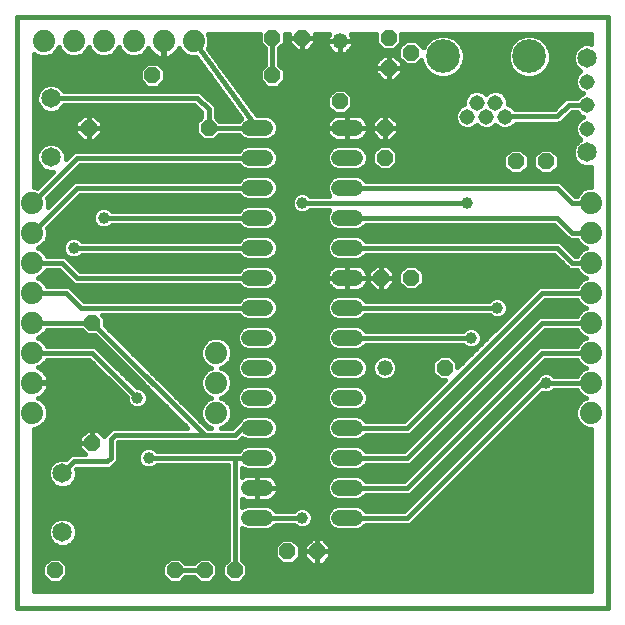
<source format=gtl>
G75*
%MOIN*%
%OFA0B0*%
%FSLAX25Y25*%
%IPPOS*%
%LPD*%
%AMOC8*
5,1,8,0,0,1.08239X$1,22.5*
%
%ADD10C,0.01600*%
%ADD11C,0.05200*%
%ADD12OC8,0.05200*%
%ADD13C,0.07400*%
%ADD14C,0.05200*%
%ADD15C,0.05150*%
%ADD16C,0.11220*%
%ADD17C,0.06496*%
%ADD18C,0.03962*%
D10*
X0021800Y0021800D02*
X0218650Y0021800D01*
X0218650Y0218650D01*
X0021800Y0218650D01*
X0021800Y0021800D01*
X0027400Y0027400D02*
X0027400Y0081500D01*
X0027854Y0081500D01*
X0029802Y0082307D01*
X0031293Y0083798D01*
X0032100Y0085746D01*
X0032100Y0087854D01*
X0031293Y0089802D01*
X0029802Y0091293D01*
X0028856Y0091685D01*
X0028911Y0091703D01*
X0029683Y0092096D01*
X0030383Y0092605D01*
X0030995Y0093217D01*
X0031504Y0093917D01*
X0031897Y0094689D01*
X0032165Y0095512D01*
X0032300Y0096367D01*
X0032300Y0096600D01*
X0027400Y0096600D01*
X0027400Y0097000D01*
X0032300Y0097000D01*
X0032300Y0097233D01*
X0032165Y0098088D01*
X0031897Y0098911D01*
X0031504Y0099683D01*
X0030995Y0100383D01*
X0030383Y0100995D01*
X0029683Y0101504D01*
X0028911Y0101897D01*
X0028856Y0101915D01*
X0029802Y0102307D01*
X0031293Y0103798D01*
X0031543Y0104400D01*
X0045806Y0104400D01*
X0058219Y0091987D01*
X0058219Y0091088D01*
X0058764Y0089771D01*
X0059771Y0088764D01*
X0061088Y0088219D01*
X0062512Y0088219D01*
X0063829Y0088764D01*
X0064836Y0089771D01*
X0065381Y0091088D01*
X0065381Y0092512D01*
X0064836Y0093829D01*
X0063829Y0094836D01*
X0062512Y0095381D01*
X0061613Y0095381D01*
X0048159Y0108835D01*
X0047277Y0109200D01*
X0031543Y0109200D01*
X0031293Y0109802D01*
X0029802Y0111293D01*
X0028578Y0111800D01*
X0029802Y0112307D01*
X0031293Y0113798D01*
X0031543Y0114400D01*
X0043260Y0114400D01*
X0045060Y0112600D01*
X0047606Y0112600D01*
X0078506Y0081700D01*
X0053823Y0081700D01*
X0052941Y0081335D01*
X0052265Y0080659D01*
X0051015Y0079409D01*
X0050839Y0078984D01*
X0048623Y0081200D01*
X0046800Y0081200D01*
X0046800Y0076800D01*
X0046800Y0076800D01*
X0046800Y0076800D01*
X0042400Y0076800D01*
X0042400Y0078623D01*
X0044977Y0081200D01*
X0046800Y0081200D01*
X0046800Y0076800D01*
X0042400Y0076800D01*
X0042400Y0074977D01*
X0044427Y0072950D01*
X0040230Y0072950D01*
X0039348Y0072585D01*
X0038673Y0071909D01*
X0038111Y0071347D01*
X0037764Y0071491D01*
X0035836Y0071491D01*
X0034054Y0070752D01*
X0032690Y0069389D01*
X0031952Y0067607D01*
X0031952Y0065678D01*
X0032690Y0063896D01*
X0034054Y0062533D01*
X0035836Y0061794D01*
X0037764Y0061794D01*
X0039546Y0062533D01*
X0040910Y0063896D01*
X0041648Y0065678D01*
X0041648Y0067607D01*
X0041505Y0067953D01*
X0041702Y0068150D01*
X0052277Y0068150D01*
X0053159Y0068515D01*
X0054409Y0069765D01*
X0055085Y0070441D01*
X0055450Y0071323D01*
X0055450Y0076900D01*
X0094777Y0076900D01*
X0095659Y0077265D01*
X0096727Y0078333D01*
X0096821Y0078239D01*
X0098365Y0077600D01*
X0105235Y0077600D01*
X0106779Y0078239D01*
X0107961Y0079421D01*
X0108600Y0080965D01*
X0108600Y0082635D01*
X0107961Y0084179D01*
X0106779Y0085361D01*
X0105235Y0086000D01*
X0098365Y0086000D01*
X0096821Y0085361D01*
X0095639Y0084179D01*
X0095508Y0083863D01*
X0095441Y0083835D01*
X0094765Y0083159D01*
X0093306Y0081700D01*
X0089587Y0081700D01*
X0091052Y0082307D01*
X0092543Y0083798D01*
X0093350Y0085746D01*
X0093350Y0087854D01*
X0092543Y0089802D01*
X0091052Y0091293D01*
X0089828Y0091800D01*
X0091052Y0092307D01*
X0092543Y0093798D01*
X0093350Y0095746D01*
X0093350Y0097854D01*
X0092543Y0099802D01*
X0091052Y0101293D01*
X0089828Y0101800D01*
X0091052Y0102307D01*
X0092543Y0103798D01*
X0093350Y0105746D01*
X0093350Y0107854D01*
X0092543Y0109802D01*
X0091052Y0111293D01*
X0089104Y0112100D01*
X0086996Y0112100D01*
X0085048Y0111293D01*
X0083557Y0109802D01*
X0082750Y0107854D01*
X0082750Y0105746D01*
X0083557Y0103798D01*
X0085048Y0102307D01*
X0086272Y0101800D01*
X0085048Y0101293D01*
X0083557Y0099802D01*
X0082750Y0097854D01*
X0082750Y0095746D01*
X0083557Y0093798D01*
X0085048Y0092307D01*
X0086272Y0091800D01*
X0085048Y0091293D01*
X0083557Y0089802D01*
X0082750Y0087854D01*
X0082750Y0085746D01*
X0083557Y0083798D01*
X0085048Y0082307D01*
X0086513Y0081700D01*
X0085294Y0081700D01*
X0051000Y0115994D01*
X0051000Y0118540D01*
X0050140Y0119400D01*
X0095660Y0119400D01*
X0096821Y0118239D01*
X0098365Y0117600D01*
X0105235Y0117600D01*
X0106779Y0118239D01*
X0107961Y0119421D01*
X0108600Y0120965D01*
X0108600Y0122635D01*
X0107961Y0124179D01*
X0106779Y0125361D01*
X0105235Y0126000D01*
X0098365Y0126000D01*
X0096821Y0125361D01*
X0095660Y0124200D01*
X0044044Y0124200D01*
X0040085Y0128159D01*
X0039409Y0128835D01*
X0038527Y0129200D01*
X0031543Y0129200D01*
X0031293Y0129802D01*
X0029802Y0131293D01*
X0028578Y0131800D01*
X0029802Y0132307D01*
X0031293Y0133798D01*
X0031543Y0134400D01*
X0035806Y0134400D01*
X0040441Y0129765D01*
X0041323Y0129400D01*
X0095660Y0129400D01*
X0096821Y0128239D01*
X0098365Y0127600D01*
X0105235Y0127600D01*
X0106779Y0128239D01*
X0107961Y0129421D01*
X0108600Y0130965D01*
X0108600Y0132635D01*
X0107961Y0134179D01*
X0106779Y0135361D01*
X0105235Y0136000D01*
X0098365Y0136000D01*
X0096821Y0135361D01*
X0095660Y0134200D01*
X0042794Y0134200D01*
X0038835Y0138159D01*
X0038159Y0138835D01*
X0037277Y0139200D01*
X0031543Y0139200D01*
X0031293Y0139802D01*
X0029802Y0141293D01*
X0028578Y0141800D01*
X0029802Y0142307D01*
X0031293Y0143798D01*
X0032100Y0145746D01*
X0032100Y0147854D01*
X0031851Y0148456D01*
X0042794Y0159400D01*
X0095660Y0159400D01*
X0096821Y0158239D01*
X0098365Y0157600D01*
X0105235Y0157600D01*
X0106779Y0158239D01*
X0107961Y0159421D01*
X0108600Y0160965D01*
X0108600Y0162635D01*
X0107961Y0164179D01*
X0106779Y0165361D01*
X0105235Y0166000D01*
X0098365Y0166000D01*
X0096821Y0165361D01*
X0095660Y0164200D01*
X0041323Y0164200D01*
X0040441Y0163835D01*
X0031922Y0155316D01*
X0032100Y0155746D01*
X0032100Y0157854D01*
X0031851Y0158456D01*
X0042794Y0169400D01*
X0095660Y0169400D01*
X0096821Y0168239D01*
X0098365Y0167600D01*
X0105235Y0167600D01*
X0106779Y0168239D01*
X0107961Y0169421D01*
X0108600Y0170965D01*
X0108600Y0172635D01*
X0107961Y0174179D01*
X0106779Y0175361D01*
X0105235Y0176000D01*
X0098365Y0176000D01*
X0096821Y0175361D01*
X0095660Y0174200D01*
X0041323Y0174200D01*
X0040441Y0173835D01*
X0037898Y0171292D01*
X0037898Y0172922D01*
X0037160Y0174704D01*
X0035796Y0176067D01*
X0034014Y0176805D01*
X0032086Y0176805D01*
X0030304Y0176067D01*
X0028940Y0174704D01*
X0028202Y0172922D01*
X0028202Y0170993D01*
X0028940Y0169211D01*
X0030304Y0167848D01*
X0032086Y0167109D01*
X0033715Y0167109D01*
X0028456Y0161851D01*
X0027854Y0162100D01*
X0027400Y0162100D01*
X0027400Y0206205D01*
X0027548Y0206057D01*
X0029496Y0205250D01*
X0031604Y0205250D01*
X0033552Y0206057D01*
X0035043Y0207548D01*
X0035550Y0208772D01*
X0036057Y0207548D01*
X0037548Y0206057D01*
X0039496Y0205250D01*
X0041604Y0205250D01*
X0043552Y0206057D01*
X0045043Y0207548D01*
X0045550Y0208772D01*
X0046057Y0207548D01*
X0047548Y0206057D01*
X0049496Y0205250D01*
X0051604Y0205250D01*
X0053552Y0206057D01*
X0055043Y0207548D01*
X0055550Y0208772D01*
X0056057Y0207548D01*
X0057548Y0206057D01*
X0059496Y0205250D01*
X0061604Y0205250D01*
X0063552Y0206057D01*
X0065043Y0207548D01*
X0065435Y0208494D01*
X0065453Y0208439D01*
X0065846Y0207667D01*
X0066355Y0206967D01*
X0066967Y0206355D01*
X0067667Y0205846D01*
X0068439Y0205453D01*
X0069262Y0205185D01*
X0070117Y0205050D01*
X0070350Y0205050D01*
X0070350Y0210350D01*
X0070750Y0210350D01*
X0070750Y0205050D01*
X0070983Y0205050D01*
X0071838Y0205185D01*
X0072661Y0205453D01*
X0073433Y0205846D01*
X0074133Y0206355D01*
X0074745Y0206967D01*
X0075254Y0207667D01*
X0075647Y0208439D01*
X0075665Y0208494D01*
X0076057Y0207548D01*
X0077548Y0206057D01*
X0079496Y0205250D01*
X0081483Y0205250D01*
X0096455Y0184994D01*
X0095660Y0184200D01*
X0089090Y0184200D01*
X0087950Y0185340D01*
X0087950Y0188527D01*
X0087585Y0189409D01*
X0083835Y0193159D01*
X0083159Y0193835D01*
X0082277Y0194200D01*
X0042097Y0194200D01*
X0042076Y0194208D01*
X0041621Y0194200D01*
X0041165Y0194200D01*
X0041144Y0194191D01*
X0037271Y0194120D01*
X0037160Y0194389D01*
X0035796Y0195752D01*
X0034014Y0196491D01*
X0032086Y0196491D01*
X0030304Y0195752D01*
X0028940Y0194389D01*
X0028202Y0192607D01*
X0028202Y0190678D01*
X0028940Y0188896D01*
X0030304Y0187533D01*
X0032086Y0186794D01*
X0034014Y0186794D01*
X0035796Y0187533D01*
X0037160Y0188896D01*
X0037336Y0189321D01*
X0041664Y0189400D01*
X0080806Y0189400D01*
X0083150Y0187056D01*
X0083150Y0185340D01*
X0081350Y0183540D01*
X0081350Y0180060D01*
X0083810Y0177600D01*
X0087290Y0177600D01*
X0089090Y0179400D01*
X0095660Y0179400D01*
X0096821Y0178239D01*
X0098365Y0177600D01*
X0105235Y0177600D01*
X0106779Y0178239D01*
X0107961Y0179421D01*
X0108600Y0180965D01*
X0108600Y0182635D01*
X0107961Y0184179D01*
X0106779Y0185361D01*
X0105235Y0186000D01*
X0101680Y0186000D01*
X0085298Y0208164D01*
X0085850Y0209496D01*
X0085850Y0211604D01*
X0085251Y0213050D01*
X0102600Y0213050D01*
X0102600Y0210060D01*
X0104400Y0208260D01*
X0104400Y0202840D01*
X0102600Y0201040D01*
X0102600Y0197560D01*
X0105060Y0195100D01*
X0108540Y0195100D01*
X0111000Y0197560D01*
X0111000Y0201040D01*
X0109200Y0202840D01*
X0109200Y0208260D01*
X0111000Y0210060D01*
X0111000Y0213050D01*
X0112400Y0213050D01*
X0112400Y0211800D01*
X0116800Y0211800D01*
X0121200Y0211800D01*
X0121200Y0213050D01*
X0125678Y0213050D01*
X0125537Y0212856D01*
X0125222Y0212239D01*
X0125008Y0211580D01*
X0124900Y0210896D01*
X0124900Y0210550D01*
X0129300Y0210550D01*
X0133700Y0210550D01*
X0133700Y0210896D01*
X0133592Y0211580D01*
X0133378Y0212239D01*
X0133063Y0212856D01*
X0132922Y0213050D01*
X0141350Y0213050D01*
X0141350Y0210060D01*
X0143810Y0207600D01*
X0147290Y0207600D01*
X0149750Y0210060D01*
X0149750Y0213050D01*
X0213050Y0213050D01*
X0213050Y0209778D01*
X0212764Y0209896D01*
X0210836Y0209896D01*
X0209054Y0209158D01*
X0207690Y0207794D01*
X0206952Y0206012D01*
X0206952Y0204084D01*
X0207690Y0202302D01*
X0209054Y0200938D01*
X0209516Y0200747D01*
X0209435Y0200713D01*
X0208261Y0199539D01*
X0207625Y0198004D01*
X0207625Y0196344D01*
X0208261Y0194809D01*
X0209435Y0193635D01*
X0210396Y0193237D01*
X0209435Y0192839D01*
X0208296Y0191700D01*
X0205073Y0191700D01*
X0204191Y0191335D01*
X0200806Y0187950D01*
X0187775Y0187950D01*
X0186714Y0189010D01*
X0185374Y0189565D01*
X0185374Y0191026D01*
X0184739Y0192560D01*
X0183564Y0193735D01*
X0182030Y0194370D01*
X0180369Y0194370D01*
X0178835Y0193735D01*
X0178050Y0192950D01*
X0177265Y0193735D01*
X0175731Y0194370D01*
X0174070Y0194370D01*
X0172536Y0193735D01*
X0171361Y0192560D01*
X0170726Y0191026D01*
X0170726Y0189565D01*
X0169386Y0189010D01*
X0168212Y0187836D01*
X0167576Y0186302D01*
X0167576Y0184641D01*
X0168212Y0183106D01*
X0169386Y0181932D01*
X0170920Y0181296D01*
X0172581Y0181296D01*
X0174116Y0181932D01*
X0174900Y0182717D01*
X0175685Y0181932D01*
X0177220Y0181296D01*
X0178880Y0181296D01*
X0180415Y0181932D01*
X0181200Y0182717D01*
X0181984Y0181932D01*
X0183519Y0181296D01*
X0185180Y0181296D01*
X0186714Y0181932D01*
X0187888Y0183106D01*
X0187906Y0183150D01*
X0202277Y0183150D01*
X0203159Y0183515D01*
X0203835Y0184191D01*
X0206544Y0186900D01*
X0208296Y0186900D01*
X0209435Y0185761D01*
X0210396Y0185363D01*
X0209435Y0184965D01*
X0208261Y0183791D01*
X0207625Y0182256D01*
X0207625Y0180596D01*
X0208261Y0179061D01*
X0209435Y0177887D01*
X0209516Y0177853D01*
X0209054Y0177662D01*
X0207690Y0176298D01*
X0206952Y0174516D01*
X0206952Y0172588D01*
X0207690Y0170806D01*
X0209054Y0169442D01*
X0210836Y0168704D01*
X0212764Y0168704D01*
X0213050Y0168822D01*
X0213050Y0162100D01*
X0211996Y0162100D01*
X0210048Y0161293D01*
X0208557Y0159802D01*
X0208307Y0159200D01*
X0207794Y0159200D01*
X0203835Y0163159D01*
X0203159Y0163835D01*
X0202277Y0164200D01*
X0137940Y0164200D01*
X0136779Y0165361D01*
X0135235Y0166000D01*
X0128365Y0166000D01*
X0126821Y0165361D01*
X0125639Y0164179D01*
X0125000Y0162635D01*
X0125000Y0160965D01*
X0125639Y0159421D01*
X0125860Y0159200D01*
X0119464Y0159200D01*
X0118829Y0159836D01*
X0117512Y0160381D01*
X0116088Y0160381D01*
X0114771Y0159836D01*
X0113764Y0158829D01*
X0113219Y0157512D01*
X0113219Y0156088D01*
X0113764Y0154771D01*
X0114771Y0153764D01*
X0116088Y0153219D01*
X0117512Y0153219D01*
X0118829Y0153764D01*
X0119464Y0154400D01*
X0125860Y0154400D01*
X0125639Y0154179D01*
X0125000Y0152635D01*
X0125000Y0150965D01*
X0125639Y0149421D01*
X0126821Y0148239D01*
X0128365Y0147600D01*
X0135235Y0147600D01*
X0136779Y0148239D01*
X0137940Y0149400D01*
X0200806Y0149400D01*
X0205441Y0144765D01*
X0206323Y0144400D01*
X0208307Y0144400D01*
X0208557Y0143798D01*
X0210048Y0142307D01*
X0211272Y0141800D01*
X0210048Y0141293D01*
X0208557Y0139802D01*
X0208307Y0139200D01*
X0207794Y0139200D01*
X0203835Y0143159D01*
X0203835Y0143159D01*
X0203159Y0143835D01*
X0202277Y0144200D01*
X0137940Y0144200D01*
X0136779Y0145361D01*
X0135235Y0146000D01*
X0128365Y0146000D01*
X0126821Y0145361D01*
X0125639Y0144179D01*
X0125000Y0142635D01*
X0125000Y0140965D01*
X0125639Y0139421D01*
X0126821Y0138239D01*
X0128365Y0137600D01*
X0135235Y0137600D01*
X0136779Y0138239D01*
X0137940Y0139400D01*
X0200806Y0139400D01*
X0204765Y0135441D01*
X0204765Y0135441D01*
X0205441Y0134765D01*
X0206323Y0134400D01*
X0208307Y0134400D01*
X0208557Y0133798D01*
X0210048Y0132307D01*
X0211272Y0131800D01*
X0210048Y0131293D01*
X0208557Y0129802D01*
X0208307Y0129200D01*
X0196323Y0129200D01*
X0195441Y0128835D01*
X0168500Y0101894D01*
X0168500Y0103540D01*
X0166040Y0106000D01*
X0162560Y0106000D01*
X0160100Y0103540D01*
X0160100Y0100060D01*
X0162560Y0097600D01*
X0164206Y0097600D01*
X0150806Y0084200D01*
X0137940Y0084200D01*
X0136779Y0085361D01*
X0135235Y0086000D01*
X0128365Y0086000D01*
X0126821Y0085361D01*
X0125639Y0084179D01*
X0125000Y0082635D01*
X0125000Y0080965D01*
X0125639Y0079421D01*
X0126821Y0078239D01*
X0128365Y0077600D01*
X0135235Y0077600D01*
X0136779Y0078239D01*
X0137940Y0079400D01*
X0152277Y0079400D01*
X0153159Y0079765D01*
X0153835Y0080441D01*
X0197794Y0124400D01*
X0208307Y0124400D01*
X0208557Y0123798D01*
X0210048Y0122307D01*
X0211272Y0121800D01*
X0210048Y0121293D01*
X0208557Y0119802D01*
X0208307Y0119200D01*
X0196323Y0119200D01*
X0195441Y0118835D01*
X0150806Y0074200D01*
X0137940Y0074200D01*
X0136779Y0075361D01*
X0135235Y0076000D01*
X0128365Y0076000D01*
X0126821Y0075361D01*
X0125639Y0074179D01*
X0125000Y0072635D01*
X0125000Y0070965D01*
X0125639Y0069421D01*
X0126821Y0068239D01*
X0128365Y0067600D01*
X0135235Y0067600D01*
X0136779Y0068239D01*
X0137940Y0069400D01*
X0152277Y0069400D01*
X0153159Y0069765D01*
X0153835Y0070441D01*
X0197794Y0114400D01*
X0208307Y0114400D01*
X0208557Y0113798D01*
X0210048Y0112307D01*
X0211272Y0111800D01*
X0210048Y0111293D01*
X0208557Y0109802D01*
X0208307Y0109200D01*
X0196323Y0109200D01*
X0195441Y0108835D01*
X0150806Y0064200D01*
X0137940Y0064200D01*
X0136779Y0065361D01*
X0135235Y0066000D01*
X0128365Y0066000D01*
X0126821Y0065361D01*
X0125639Y0064179D01*
X0125000Y0062635D01*
X0125000Y0060965D01*
X0125639Y0059421D01*
X0126821Y0058239D01*
X0128365Y0057600D01*
X0135235Y0057600D01*
X0136779Y0058239D01*
X0137940Y0059400D01*
X0152277Y0059400D01*
X0153159Y0059765D01*
X0153835Y0060441D01*
X0197794Y0104400D01*
X0208307Y0104400D01*
X0208557Y0103798D01*
X0210048Y0102307D01*
X0211272Y0101800D01*
X0210048Y0101293D01*
X0208557Y0099802D01*
X0208307Y0099200D01*
X0200714Y0099200D01*
X0200079Y0099836D01*
X0198762Y0100381D01*
X0197338Y0100381D01*
X0196021Y0099836D01*
X0195014Y0098829D01*
X0194717Y0098111D01*
X0150806Y0054200D01*
X0137940Y0054200D01*
X0136779Y0055361D01*
X0135235Y0056000D01*
X0128365Y0056000D01*
X0126821Y0055361D01*
X0125639Y0054179D01*
X0125000Y0052635D01*
X0125000Y0050965D01*
X0125639Y0049421D01*
X0126821Y0048239D01*
X0128365Y0047600D01*
X0135235Y0047600D01*
X0136779Y0048239D01*
X0137940Y0049400D01*
X0152277Y0049400D01*
X0153159Y0049765D01*
X0153835Y0050441D01*
X0196825Y0093431D01*
X0197338Y0093219D01*
X0198762Y0093219D01*
X0200079Y0093764D01*
X0200714Y0094400D01*
X0208307Y0094400D01*
X0208557Y0093798D01*
X0210048Y0092307D01*
X0211272Y0091800D01*
X0210048Y0091293D01*
X0208557Y0089802D01*
X0207750Y0087854D01*
X0207750Y0085746D01*
X0208557Y0083798D01*
X0210048Y0082307D01*
X0211996Y0081500D01*
X0213050Y0081500D01*
X0213050Y0027400D01*
X0027400Y0027400D01*
X0027400Y0028194D02*
X0213050Y0028194D01*
X0213050Y0029793D02*
X0027400Y0029793D01*
X0027400Y0031391D02*
X0031269Y0031391D01*
X0030100Y0032560D02*
X0032560Y0030100D01*
X0036040Y0030100D01*
X0038500Y0032560D01*
X0038500Y0036040D01*
X0036040Y0038500D01*
X0032560Y0038500D01*
X0030100Y0036040D01*
X0030100Y0032560D01*
X0030100Y0032990D02*
X0027400Y0032990D01*
X0027400Y0034588D02*
X0030100Y0034588D01*
X0030247Y0036187D02*
X0027400Y0036187D01*
X0027400Y0037785D02*
X0031845Y0037785D01*
X0027400Y0039384D02*
X0091900Y0039384D01*
X0091900Y0037840D02*
X0090100Y0036040D01*
X0090100Y0032560D01*
X0092560Y0030100D01*
X0096040Y0030100D01*
X0098500Y0032560D01*
X0098500Y0036040D01*
X0096700Y0037840D01*
X0096700Y0048360D01*
X0096821Y0048239D01*
X0098365Y0047600D01*
X0105235Y0047600D01*
X0106779Y0048239D01*
X0107940Y0049400D01*
X0114136Y0049400D01*
X0114771Y0048764D01*
X0116088Y0048219D01*
X0117512Y0048219D01*
X0118829Y0048764D01*
X0119836Y0049771D01*
X0120381Y0051088D01*
X0120381Y0052512D01*
X0119836Y0053829D01*
X0118829Y0054836D01*
X0117512Y0055381D01*
X0116088Y0055381D01*
X0114771Y0054836D01*
X0114136Y0054200D01*
X0107940Y0054200D01*
X0106779Y0055361D01*
X0105235Y0056000D01*
X0098365Y0056000D01*
X0096821Y0055361D01*
X0096700Y0055240D01*
X0096700Y0058178D01*
X0096894Y0058037D01*
X0097511Y0057722D01*
X0098170Y0057508D01*
X0098854Y0057400D01*
X0101800Y0057400D01*
X0104746Y0057400D01*
X0105430Y0057508D01*
X0106089Y0057722D01*
X0106706Y0058037D01*
X0107266Y0058444D01*
X0107756Y0058934D01*
X0108163Y0059494D01*
X0108478Y0060111D01*
X0108692Y0060770D01*
X0108800Y0061454D01*
X0108800Y0061800D01*
X0108800Y0062146D01*
X0108692Y0062830D01*
X0108478Y0063489D01*
X0108163Y0064106D01*
X0107756Y0064666D01*
X0107266Y0065156D01*
X0106706Y0065563D01*
X0106089Y0065878D01*
X0105430Y0066092D01*
X0104746Y0066200D01*
X0101800Y0066200D01*
X0101800Y0061800D01*
X0101800Y0061800D01*
X0108800Y0061800D01*
X0101800Y0061800D01*
X0101800Y0061800D01*
X0101800Y0066200D01*
X0098854Y0066200D01*
X0098170Y0066092D01*
X0097511Y0065878D01*
X0096894Y0065563D01*
X0096700Y0065422D01*
X0096700Y0068360D01*
X0096821Y0068239D01*
X0098365Y0067600D01*
X0105235Y0067600D01*
X0106779Y0068239D01*
X0107961Y0069421D01*
X0108600Y0070965D01*
X0108600Y0072635D01*
X0107961Y0074179D01*
X0106779Y0075361D01*
X0105235Y0076000D01*
X0098365Y0076000D01*
X0096821Y0075361D01*
X0095660Y0074200D01*
X0068214Y0074200D01*
X0067579Y0074836D01*
X0066262Y0075381D01*
X0064838Y0075381D01*
X0063521Y0074836D01*
X0062514Y0073829D01*
X0061969Y0072512D01*
X0061969Y0071088D01*
X0062514Y0069771D01*
X0063521Y0068764D01*
X0064838Y0068219D01*
X0066262Y0068219D01*
X0067579Y0068764D01*
X0068214Y0069400D01*
X0091900Y0069400D01*
X0091900Y0037840D01*
X0091845Y0037785D02*
X0086755Y0037785D01*
X0086040Y0038500D02*
X0088500Y0036040D01*
X0088500Y0032560D01*
X0086040Y0030100D01*
X0082560Y0030100D01*
X0080760Y0031900D01*
X0077840Y0031900D01*
X0076040Y0030100D01*
X0072560Y0030100D01*
X0070100Y0032560D01*
X0070100Y0036040D01*
X0072560Y0038500D01*
X0076040Y0038500D01*
X0077840Y0036700D01*
X0080760Y0036700D01*
X0082560Y0038500D01*
X0086040Y0038500D01*
X0088353Y0036187D02*
X0090247Y0036187D01*
X0090100Y0034588D02*
X0088500Y0034588D01*
X0088500Y0032990D02*
X0090100Y0032990D01*
X0091269Y0031391D02*
X0087331Y0031391D01*
X0084300Y0034300D02*
X0074300Y0034300D01*
X0077331Y0031391D02*
X0081269Y0031391D01*
X0081845Y0037785D02*
X0076755Y0037785D01*
X0071845Y0037785D02*
X0036755Y0037785D01*
X0038353Y0036187D02*
X0070247Y0036187D01*
X0070100Y0034588D02*
X0038500Y0034588D01*
X0038500Y0032990D02*
X0070100Y0032990D01*
X0071269Y0031391D02*
X0037331Y0031391D01*
X0037764Y0042109D02*
X0039546Y0042848D01*
X0040910Y0044211D01*
X0041648Y0045993D01*
X0041648Y0047922D01*
X0040910Y0049704D01*
X0039546Y0051067D01*
X0037764Y0051805D01*
X0035836Y0051805D01*
X0034054Y0051067D01*
X0032690Y0049704D01*
X0031952Y0047922D01*
X0031952Y0045993D01*
X0032690Y0044211D01*
X0034054Y0042848D01*
X0035836Y0042109D01*
X0037764Y0042109D01*
X0038902Y0042581D02*
X0091900Y0042581D01*
X0091900Y0044179D02*
X0040878Y0044179D01*
X0041559Y0045778D02*
X0091900Y0045778D01*
X0091900Y0047376D02*
X0041648Y0047376D01*
X0041212Y0048975D02*
X0091900Y0048975D01*
X0091900Y0050573D02*
X0040040Y0050573D01*
X0033560Y0050573D02*
X0027400Y0050573D01*
X0027400Y0048975D02*
X0032388Y0048975D01*
X0031952Y0047376D02*
X0027400Y0047376D01*
X0027400Y0045778D02*
X0032041Y0045778D01*
X0032722Y0044179D02*
X0027400Y0044179D01*
X0027400Y0042581D02*
X0034698Y0042581D01*
X0027400Y0040982D02*
X0091900Y0040982D01*
X0096700Y0040982D02*
X0107600Y0040982D01*
X0107600Y0042290D02*
X0107600Y0038810D01*
X0110060Y0036350D01*
X0113540Y0036350D01*
X0116000Y0038810D01*
X0116000Y0042290D01*
X0113540Y0044750D01*
X0110060Y0044750D01*
X0107600Y0042290D01*
X0107891Y0042581D02*
X0096700Y0042581D01*
X0096700Y0044179D02*
X0109489Y0044179D01*
X0114111Y0044179D02*
X0119207Y0044179D01*
X0119977Y0044950D02*
X0117400Y0042373D01*
X0117400Y0040550D01*
X0121800Y0040550D01*
X0126200Y0040550D01*
X0126200Y0042373D01*
X0123623Y0044950D01*
X0121800Y0044950D01*
X0121800Y0040550D01*
X0121800Y0040550D01*
X0121800Y0040550D01*
X0126200Y0040550D01*
X0126200Y0038727D01*
X0123623Y0036150D01*
X0121800Y0036150D01*
X0121800Y0040550D01*
X0121800Y0040550D01*
X0121800Y0040550D01*
X0121800Y0044950D01*
X0119977Y0044950D01*
X0121800Y0044179D02*
X0121800Y0044179D01*
X0121800Y0042581D02*
X0121800Y0042581D01*
X0121800Y0040982D02*
X0121800Y0040982D01*
X0121800Y0040550D02*
X0117400Y0040550D01*
X0117400Y0038727D01*
X0119977Y0036150D01*
X0121800Y0036150D01*
X0121800Y0040550D01*
X0121800Y0039384D02*
X0121800Y0039384D01*
X0121800Y0037785D02*
X0121800Y0037785D01*
X0121800Y0036187D02*
X0121800Y0036187D01*
X0123659Y0036187D02*
X0213050Y0036187D01*
X0213050Y0037785D02*
X0125258Y0037785D01*
X0126200Y0039384D02*
X0213050Y0039384D01*
X0213050Y0040982D02*
X0126200Y0040982D01*
X0125992Y0042581D02*
X0213050Y0042581D01*
X0213050Y0044179D02*
X0124393Y0044179D01*
X0126086Y0048975D02*
X0119039Y0048975D01*
X0120168Y0050573D02*
X0125162Y0050573D01*
X0125000Y0052172D02*
X0120381Y0052172D01*
X0119860Y0053770D02*
X0125470Y0053770D01*
X0126841Y0055369D02*
X0117542Y0055369D01*
X0116058Y0055369D02*
X0106759Y0055369D01*
X0107388Y0058566D02*
X0126495Y0058566D01*
X0125331Y0060164D02*
X0108495Y0060164D01*
X0108800Y0061763D02*
X0125000Y0061763D01*
X0125301Y0063361D02*
X0108519Y0063361D01*
X0107463Y0064960D02*
X0126420Y0064960D01*
X0127020Y0068157D02*
X0106580Y0068157D01*
X0108099Y0069755D02*
X0125501Y0069755D01*
X0125000Y0071354D02*
X0108600Y0071354D01*
X0108469Y0072952D02*
X0125131Y0072952D01*
X0126011Y0074551D02*
X0107589Y0074551D01*
X0105592Y0077748D02*
X0128007Y0077748D01*
X0125714Y0079346D02*
X0107886Y0079346D01*
X0108592Y0080945D02*
X0125008Y0080945D01*
X0125000Y0082543D02*
X0108600Y0082543D01*
X0107976Y0084142D02*
X0125624Y0084142D01*
X0127738Y0085740D02*
X0105862Y0085740D01*
X0105235Y0087600D02*
X0106779Y0088239D01*
X0107961Y0089421D01*
X0108600Y0090965D01*
X0108600Y0092635D01*
X0107961Y0094179D01*
X0106779Y0095361D01*
X0105235Y0096000D01*
X0098365Y0096000D01*
X0096821Y0095361D01*
X0095639Y0094179D01*
X0095000Y0092635D01*
X0095000Y0090965D01*
X0095639Y0089421D01*
X0096821Y0088239D01*
X0098365Y0087600D01*
X0105235Y0087600D01*
X0107477Y0088937D02*
X0126123Y0088937D01*
X0125639Y0089421D02*
X0126821Y0088239D01*
X0128365Y0087600D01*
X0135235Y0087600D01*
X0136779Y0088239D01*
X0137961Y0089421D01*
X0138600Y0090965D01*
X0138600Y0092635D01*
X0137961Y0094179D01*
X0136779Y0095361D01*
X0135235Y0096000D01*
X0128365Y0096000D01*
X0126821Y0095361D01*
X0125639Y0094179D01*
X0125000Y0092635D01*
X0125000Y0090965D01*
X0125639Y0089421D01*
X0125178Y0090536D02*
X0108422Y0090536D01*
X0108600Y0092134D02*
X0125000Y0092134D01*
X0125455Y0093733D02*
X0108145Y0093733D01*
X0106808Y0095332D02*
X0126792Y0095332D01*
X0128365Y0097600D02*
X0135235Y0097600D01*
X0136779Y0098239D01*
X0137961Y0099421D01*
X0138600Y0100965D01*
X0138600Y0102635D01*
X0137961Y0104179D01*
X0136779Y0105361D01*
X0135235Y0106000D01*
X0128365Y0106000D01*
X0126821Y0105361D01*
X0125639Y0104179D01*
X0125000Y0102635D01*
X0125000Y0100965D01*
X0125639Y0099421D01*
X0126821Y0098239D01*
X0128365Y0097600D01*
X0126532Y0098529D02*
X0107068Y0098529D01*
X0106779Y0098239D02*
X0107961Y0099421D01*
X0108600Y0100965D01*
X0108600Y0102635D01*
X0107961Y0104179D01*
X0106779Y0105361D01*
X0105235Y0106000D01*
X0098365Y0106000D01*
X0096821Y0105361D01*
X0095639Y0104179D01*
X0095000Y0102635D01*
X0095000Y0100965D01*
X0095639Y0099421D01*
X0096821Y0098239D01*
X0098365Y0097600D01*
X0105235Y0097600D01*
X0106779Y0098239D01*
X0108253Y0100127D02*
X0125347Y0100127D01*
X0125000Y0101726D02*
X0108600Y0101726D01*
X0108315Y0103324D02*
X0125285Y0103324D01*
X0126383Y0104923D02*
X0107217Y0104923D01*
X0106490Y0108120D02*
X0127110Y0108120D01*
X0126821Y0108239D02*
X0128365Y0107600D01*
X0135235Y0107600D01*
X0136779Y0108239D01*
X0137940Y0109400D01*
X0170386Y0109400D01*
X0171021Y0108764D01*
X0172338Y0108219D01*
X0173762Y0108219D01*
X0175079Y0108764D01*
X0176086Y0109771D01*
X0176631Y0111088D01*
X0176631Y0112512D01*
X0176086Y0113829D01*
X0175079Y0114836D01*
X0173762Y0115381D01*
X0172338Y0115381D01*
X0171021Y0114836D01*
X0170386Y0114200D01*
X0137940Y0114200D01*
X0136779Y0115361D01*
X0135235Y0116000D01*
X0128365Y0116000D01*
X0126821Y0115361D01*
X0125639Y0114179D01*
X0125000Y0112635D01*
X0125000Y0110965D01*
X0125639Y0109421D01*
X0126821Y0108239D01*
X0125516Y0109718D02*
X0108084Y0109718D01*
X0107961Y0109421D02*
X0108600Y0110965D01*
X0108600Y0112635D01*
X0107961Y0114179D01*
X0106779Y0115361D01*
X0105235Y0116000D01*
X0098365Y0116000D01*
X0096821Y0115361D01*
X0095639Y0114179D01*
X0095000Y0112635D01*
X0095000Y0110965D01*
X0095639Y0109421D01*
X0096821Y0108239D01*
X0098365Y0107600D01*
X0105235Y0107600D01*
X0106779Y0108239D01*
X0107961Y0109421D01*
X0108600Y0111317D02*
X0125000Y0111317D01*
X0125116Y0112915D02*
X0108484Y0112915D01*
X0107626Y0114514D02*
X0125974Y0114514D01*
X0126821Y0118239D02*
X0128365Y0117600D01*
X0135235Y0117600D01*
X0136779Y0118239D01*
X0137940Y0119400D01*
X0179136Y0119400D01*
X0179771Y0118764D01*
X0181088Y0118219D01*
X0182512Y0118219D01*
X0183829Y0118764D01*
X0184836Y0119771D01*
X0185381Y0121088D01*
X0185381Y0122512D01*
X0184836Y0123829D01*
X0183829Y0124836D01*
X0182512Y0125381D01*
X0181088Y0125381D01*
X0179771Y0124836D01*
X0179136Y0124200D01*
X0137940Y0124200D01*
X0136779Y0125361D01*
X0135235Y0126000D01*
X0128365Y0126000D01*
X0126821Y0125361D01*
X0125639Y0124179D01*
X0125000Y0122635D01*
X0125000Y0120965D01*
X0125639Y0119421D01*
X0126821Y0118239D01*
X0128097Y0117711D02*
X0105503Y0117711D01*
X0107849Y0119309D02*
X0125751Y0119309D01*
X0125024Y0120908D02*
X0108576Y0120908D01*
X0108600Y0122506D02*
X0125000Y0122506D01*
X0125609Y0124105D02*
X0107991Y0124105D01*
X0105952Y0125703D02*
X0127648Y0125703D01*
X0128170Y0127508D02*
X0128854Y0127400D01*
X0131800Y0127400D01*
X0134746Y0127400D01*
X0135430Y0127508D01*
X0136089Y0127722D01*
X0136706Y0128037D01*
X0137266Y0128444D01*
X0137756Y0128934D01*
X0138163Y0129494D01*
X0138478Y0130111D01*
X0138650Y0130642D01*
X0138650Y0129977D01*
X0141227Y0127400D01*
X0143050Y0127400D01*
X0144873Y0127400D01*
X0147450Y0129977D01*
X0147450Y0131800D01*
X0147450Y0133623D01*
X0144873Y0136200D01*
X0143050Y0136200D01*
X0143050Y0131800D01*
X0143050Y0131800D01*
X0147450Y0131800D01*
X0143050Y0131800D01*
X0143050Y0131800D01*
X0143050Y0136200D01*
X0141227Y0136200D01*
X0138650Y0133623D01*
X0138650Y0132958D01*
X0138478Y0133489D01*
X0138163Y0134106D01*
X0137756Y0134666D01*
X0137266Y0135156D01*
X0136706Y0135563D01*
X0136089Y0135878D01*
X0135430Y0136092D01*
X0134746Y0136200D01*
X0131800Y0136200D01*
X0131800Y0131800D01*
X0131800Y0131800D01*
X0138650Y0131800D01*
X0143050Y0131800D01*
X0143050Y0127400D01*
X0143050Y0131800D01*
X0143050Y0131800D01*
X0143050Y0131800D01*
X0131800Y0131800D01*
X0131800Y0131800D01*
X0131800Y0136200D01*
X0128854Y0136200D01*
X0128170Y0136092D01*
X0127511Y0135878D01*
X0126894Y0135563D01*
X0126334Y0135156D01*
X0125844Y0134666D01*
X0125437Y0134106D01*
X0125122Y0133489D01*
X0124908Y0132830D01*
X0124800Y0132146D01*
X0124800Y0131800D01*
X0131800Y0131800D01*
X0131800Y0127400D01*
X0131800Y0131800D01*
X0131800Y0131800D01*
X0131800Y0131800D01*
X0124800Y0131800D01*
X0124800Y0131454D01*
X0124908Y0130770D01*
X0125122Y0130111D01*
X0125437Y0129494D01*
X0125844Y0128934D01*
X0126334Y0128444D01*
X0126894Y0128037D01*
X0127511Y0127722D01*
X0128170Y0127508D01*
X0125877Y0128900D02*
X0107440Y0128900D01*
X0108407Y0130499D02*
X0124996Y0130499D01*
X0124800Y0132097D02*
X0108600Y0132097D01*
X0108161Y0133696D02*
X0125228Y0133696D01*
X0126524Y0135294D02*
X0106845Y0135294D01*
X0105235Y0137600D02*
X0106779Y0138239D01*
X0107961Y0139421D01*
X0108600Y0140965D01*
X0108600Y0142635D01*
X0107961Y0144179D01*
X0106779Y0145361D01*
X0105235Y0146000D01*
X0098365Y0146000D01*
X0096821Y0145361D01*
X0095660Y0144200D01*
X0043214Y0144200D01*
X0042579Y0144836D01*
X0041262Y0145381D01*
X0039838Y0145381D01*
X0038521Y0144836D01*
X0037514Y0143829D01*
X0036969Y0142512D01*
X0036969Y0141088D01*
X0037514Y0139771D01*
X0038521Y0138764D01*
X0039838Y0138219D01*
X0041262Y0138219D01*
X0042579Y0138764D01*
X0043214Y0139400D01*
X0095660Y0139400D01*
X0096821Y0138239D01*
X0098365Y0137600D01*
X0105235Y0137600D01*
X0107031Y0138491D02*
X0126569Y0138491D01*
X0125362Y0140090D02*
X0108238Y0140090D01*
X0108600Y0141688D02*
X0125000Y0141688D01*
X0125270Y0143287D02*
X0108330Y0143287D01*
X0107254Y0144885D02*
X0126346Y0144885D01*
X0127200Y0148082D02*
X0106400Y0148082D01*
X0106779Y0148239D02*
X0105235Y0147600D01*
X0098365Y0147600D01*
X0096821Y0148239D01*
X0095660Y0149400D01*
X0053214Y0149400D01*
X0052579Y0148764D01*
X0051262Y0148219D01*
X0049838Y0148219D01*
X0048521Y0148764D01*
X0047514Y0149771D01*
X0046969Y0151088D01*
X0046969Y0152512D01*
X0047514Y0153829D01*
X0048521Y0154836D01*
X0049838Y0155381D01*
X0051262Y0155381D01*
X0052579Y0154836D01*
X0053214Y0154200D01*
X0095660Y0154200D01*
X0096821Y0155361D01*
X0098365Y0156000D01*
X0105235Y0156000D01*
X0106779Y0155361D01*
X0107961Y0154179D01*
X0108600Y0152635D01*
X0108600Y0150965D01*
X0107961Y0149421D01*
X0106779Y0148239D01*
X0108068Y0149681D02*
X0125532Y0149681D01*
X0125000Y0151279D02*
X0108600Y0151279D01*
X0108500Y0152878D02*
X0125100Y0152878D01*
X0125788Y0159272D02*
X0119392Y0159272D01*
X0116800Y0156800D02*
X0171800Y0156800D01*
X0183850Y0168810D02*
X0186310Y0166350D01*
X0189790Y0166350D01*
X0192250Y0168810D01*
X0192250Y0172290D01*
X0189790Y0174750D01*
X0186310Y0174750D01*
X0183850Y0172290D01*
X0183850Y0168810D01*
X0183850Y0168863D02*
X0147303Y0168863D01*
X0148500Y0170060D02*
X0146040Y0167600D01*
X0142560Y0167600D01*
X0140100Y0170060D01*
X0140100Y0173540D01*
X0142560Y0176000D01*
X0146040Y0176000D01*
X0148500Y0173540D01*
X0148500Y0170060D01*
X0148500Y0170462D02*
X0183850Y0170462D01*
X0183850Y0172060D02*
X0148500Y0172060D01*
X0148381Y0173659D02*
X0185219Y0173659D01*
X0190881Y0173659D02*
X0195219Y0173659D01*
X0196310Y0174750D02*
X0193850Y0172290D01*
X0193850Y0168810D01*
X0196310Y0166350D01*
X0199790Y0166350D01*
X0202250Y0168810D01*
X0202250Y0172290D01*
X0199790Y0174750D01*
X0196310Y0174750D01*
X0193850Y0172060D02*
X0192250Y0172060D01*
X0192250Y0170462D02*
X0193850Y0170462D01*
X0193850Y0168863D02*
X0192250Y0168863D01*
X0190704Y0167265D02*
X0195396Y0167265D01*
X0200704Y0167265D02*
X0213050Y0167265D01*
X0213050Y0165666D02*
X0136042Y0165666D01*
X0135235Y0167600D02*
X0136779Y0168239D01*
X0137961Y0169421D01*
X0138600Y0170965D01*
X0138600Y0172635D01*
X0137961Y0174179D01*
X0136779Y0175361D01*
X0135235Y0176000D01*
X0128365Y0176000D01*
X0126821Y0175361D01*
X0125639Y0174179D01*
X0125000Y0172635D01*
X0125000Y0170965D01*
X0125639Y0169421D01*
X0126821Y0168239D01*
X0128365Y0167600D01*
X0135235Y0167600D01*
X0137403Y0168863D02*
X0141297Y0168863D01*
X0140100Y0170462D02*
X0138392Y0170462D01*
X0138600Y0172060D02*
X0140100Y0172060D01*
X0140219Y0173659D02*
X0138176Y0173659D01*
X0136883Y0175257D02*
X0141817Y0175257D01*
X0142477Y0177400D02*
X0139900Y0179977D01*
X0139900Y0181800D01*
X0144300Y0181800D01*
X0144300Y0181800D01*
X0144300Y0186200D01*
X0146123Y0186200D01*
X0148700Y0183623D01*
X0148700Y0181800D01*
X0144300Y0181800D01*
X0144300Y0181800D01*
X0144300Y0181800D01*
X0144300Y0186200D01*
X0142477Y0186200D01*
X0139900Y0183623D01*
X0139900Y0181800D01*
X0144300Y0181800D01*
X0148700Y0181800D01*
X0148700Y0179977D01*
X0146123Y0177400D01*
X0144300Y0177400D01*
X0144300Y0181800D01*
X0144300Y0181800D01*
X0144300Y0177400D01*
X0142477Y0177400D01*
X0141423Y0178454D02*
X0137277Y0178454D01*
X0137266Y0178444D02*
X0137756Y0178934D01*
X0138163Y0179494D01*
X0138478Y0180111D01*
X0138692Y0180770D01*
X0138800Y0181454D01*
X0138800Y0181800D01*
X0138800Y0182146D01*
X0138692Y0182830D01*
X0138478Y0183489D01*
X0138163Y0184106D01*
X0137756Y0184666D01*
X0137266Y0185156D01*
X0136706Y0185563D01*
X0136089Y0185878D01*
X0135430Y0186092D01*
X0134746Y0186200D01*
X0131800Y0186200D01*
X0131800Y0181800D01*
X0131800Y0181800D01*
X0138800Y0181800D01*
X0131800Y0181800D01*
X0131800Y0181800D01*
X0131800Y0177400D01*
X0134746Y0177400D01*
X0135430Y0177508D01*
X0136089Y0177722D01*
X0136706Y0178037D01*
X0137266Y0178444D01*
X0138448Y0180053D02*
X0139900Y0180053D01*
X0139900Y0181651D02*
X0138800Y0181651D01*
X0138555Y0183250D02*
X0139900Y0183250D01*
X0141126Y0184848D02*
X0137574Y0184848D01*
X0133500Y0188810D02*
X0131040Y0186350D01*
X0127560Y0186350D01*
X0125100Y0188810D01*
X0125100Y0192290D01*
X0127560Y0194750D01*
X0131040Y0194750D01*
X0133500Y0192290D01*
X0133500Y0188810D01*
X0133500Y0189644D02*
X0170726Y0189644D01*
X0170815Y0191242D02*
X0133500Y0191242D01*
X0132949Y0192841D02*
X0171641Y0192841D01*
X0168421Y0188045D02*
X0132735Y0188045D01*
X0131800Y0186200D02*
X0128854Y0186200D01*
X0128170Y0186092D01*
X0127511Y0185878D01*
X0126894Y0185563D01*
X0126334Y0185156D01*
X0125844Y0184666D01*
X0125437Y0184106D01*
X0125122Y0183489D01*
X0124908Y0182830D01*
X0124800Y0182146D01*
X0124800Y0181800D01*
X0131800Y0181800D01*
X0131800Y0181800D01*
X0131800Y0181800D01*
X0131800Y0186200D01*
X0131136Y0186447D02*
X0167636Y0186447D01*
X0167576Y0184848D02*
X0147474Y0184848D01*
X0148700Y0183250D02*
X0168152Y0183250D01*
X0170064Y0181651D02*
X0148700Y0181651D01*
X0148700Y0180053D02*
X0207850Y0180053D01*
X0207625Y0181651D02*
X0186036Y0181651D01*
X0182663Y0181651D02*
X0179737Y0181651D01*
X0176363Y0181651D02*
X0173437Y0181651D01*
X0184349Y0185471D02*
X0184428Y0185550D01*
X0201800Y0185550D01*
X0205550Y0189300D01*
X0211800Y0189300D01*
X0208749Y0186447D02*
X0206091Y0186447D01*
X0204492Y0184848D02*
X0209318Y0184848D01*
X0208037Y0183250D02*
X0202518Y0183250D01*
X0200901Y0188045D02*
X0187679Y0188045D01*
X0185374Y0189644D02*
X0202500Y0189644D01*
X0204098Y0191242D02*
X0185285Y0191242D01*
X0184459Y0192841D02*
X0209439Y0192841D01*
X0208631Y0194439D02*
X0131350Y0194439D01*
X0127250Y0194439D02*
X0095442Y0194439D01*
X0094261Y0196038D02*
X0104123Y0196038D01*
X0102600Y0197636D02*
X0093079Y0197636D01*
X0091898Y0199235D02*
X0102600Y0199235D01*
X0102600Y0200833D02*
X0090716Y0200833D01*
X0089535Y0202432D02*
X0103992Y0202432D01*
X0104400Y0204030D02*
X0088353Y0204030D01*
X0087172Y0205629D02*
X0104400Y0205629D01*
X0104400Y0207227D02*
X0085990Y0207227D01*
X0085572Y0208826D02*
X0103834Y0208826D01*
X0102600Y0210424D02*
X0085850Y0210424D01*
X0085677Y0212023D02*
X0102600Y0212023D01*
X0106800Y0211800D02*
X0106800Y0199300D01*
X0111000Y0199235D02*
X0141893Y0199235D01*
X0141150Y0199977D02*
X0143727Y0197400D01*
X0145550Y0197400D01*
X0147373Y0197400D01*
X0149950Y0199977D01*
X0149950Y0201800D01*
X0149950Y0203623D01*
X0147373Y0206200D01*
X0145550Y0206200D01*
X0145550Y0201800D01*
X0145550Y0201800D01*
X0149950Y0201800D01*
X0145550Y0201800D01*
X0145550Y0201800D01*
X0145550Y0201800D01*
X0141150Y0201800D01*
X0141150Y0203623D01*
X0143727Y0206200D01*
X0145550Y0206200D01*
X0145550Y0201800D01*
X0145550Y0197400D01*
X0145550Y0201800D01*
X0145550Y0201800D01*
X0141150Y0201800D01*
X0141150Y0199977D01*
X0141150Y0200833D02*
X0111000Y0200833D01*
X0109608Y0202432D02*
X0141150Y0202432D01*
X0141558Y0204030D02*
X0109200Y0204030D01*
X0109200Y0205629D02*
X0143156Y0205629D01*
X0145550Y0205629D02*
X0145550Y0205629D01*
X0145550Y0204030D02*
X0145550Y0204030D01*
X0145550Y0202432D02*
X0145550Y0202432D01*
X0145550Y0200833D02*
X0145550Y0200833D01*
X0145550Y0199235D02*
X0145550Y0199235D01*
X0145550Y0197636D02*
X0145550Y0197636D01*
X0147609Y0197636D02*
X0207625Y0197636D01*
X0207752Y0196038D02*
X0109477Y0196038D01*
X0111000Y0197636D02*
X0143491Y0197636D01*
X0149207Y0199235D02*
X0160085Y0199235D01*
X0159596Y0199437D02*
X0162246Y0198340D01*
X0165114Y0198340D01*
X0167764Y0199437D01*
X0169792Y0201466D01*
X0170890Y0204116D01*
X0170890Y0206984D01*
X0169792Y0209634D01*
X0167764Y0211663D01*
X0165114Y0212760D01*
X0162246Y0212760D01*
X0159596Y0211663D01*
X0157567Y0209634D01*
X0157154Y0208636D01*
X0154790Y0211000D01*
X0151310Y0211000D01*
X0148850Y0208540D01*
X0148850Y0205060D01*
X0151310Y0202600D01*
X0154790Y0202600D01*
X0156470Y0204280D01*
X0156470Y0204116D01*
X0157567Y0201466D01*
X0159596Y0199437D01*
X0158200Y0200833D02*
X0149950Y0200833D01*
X0149950Y0202432D02*
X0157167Y0202432D01*
X0156505Y0204030D02*
X0156220Y0204030D01*
X0156964Y0208826D02*
X0157233Y0208826D01*
X0158357Y0210424D02*
X0155365Y0210424D01*
X0150735Y0210424D02*
X0149750Y0210424D01*
X0149750Y0212023D02*
X0160466Y0212023D01*
X0166894Y0212023D02*
X0189206Y0212023D01*
X0188336Y0211663D02*
X0186308Y0209634D01*
X0185210Y0206984D01*
X0185210Y0204116D01*
X0186308Y0201466D01*
X0188336Y0199437D01*
X0190986Y0198340D01*
X0193854Y0198340D01*
X0196504Y0199437D01*
X0198533Y0201466D01*
X0199630Y0204116D01*
X0199630Y0206984D01*
X0198533Y0209634D01*
X0196504Y0211663D01*
X0193854Y0212760D01*
X0190986Y0212760D01*
X0188336Y0211663D01*
X0187098Y0210424D02*
X0169002Y0210424D01*
X0170127Y0208826D02*
X0185973Y0208826D01*
X0185311Y0207227D02*
X0170789Y0207227D01*
X0170890Y0205629D02*
X0185210Y0205629D01*
X0185245Y0204030D02*
X0170855Y0204030D01*
X0170193Y0202432D02*
X0185907Y0202432D01*
X0186940Y0200833D02*
X0169160Y0200833D01*
X0167275Y0199235D02*
X0188825Y0199235D01*
X0196015Y0199235D02*
X0208135Y0199235D01*
X0209307Y0200833D02*
X0197900Y0200833D01*
X0198933Y0202432D02*
X0207636Y0202432D01*
X0206974Y0204030D02*
X0199595Y0204030D01*
X0199630Y0205629D02*
X0206952Y0205629D01*
X0207455Y0207227D02*
X0199530Y0207227D01*
X0198867Y0208826D02*
X0208722Y0208826D01*
X0213050Y0210424D02*
X0197743Y0210424D01*
X0195634Y0212023D02*
X0213050Y0212023D01*
X0208868Y0178454D02*
X0147177Y0178454D01*
X0146783Y0175257D02*
X0207259Y0175257D01*
X0206952Y0173659D02*
X0200881Y0173659D01*
X0202250Y0172060D02*
X0207170Y0172060D01*
X0208034Y0170462D02*
X0202250Y0170462D01*
X0202250Y0168863D02*
X0210452Y0168863D01*
X0213050Y0164068D02*
X0202597Y0164068D01*
X0201800Y0161800D02*
X0131800Y0161800D01*
X0127558Y0165666D02*
X0106042Y0165666D01*
X0108007Y0164068D02*
X0125593Y0164068D01*
X0125000Y0162469D02*
X0108600Y0162469D01*
X0108561Y0160870D02*
X0125039Y0160870D01*
X0126197Y0168863D02*
X0107403Y0168863D01*
X0108392Y0170462D02*
X0125208Y0170462D01*
X0125000Y0172060D02*
X0108600Y0172060D01*
X0108176Y0173659D02*
X0125424Y0173659D01*
X0126717Y0175257D02*
X0106883Y0175257D01*
X0106994Y0178454D02*
X0126323Y0178454D01*
X0126334Y0178444D02*
X0126894Y0178037D01*
X0127511Y0177722D01*
X0128170Y0177508D01*
X0128854Y0177400D01*
X0131800Y0177400D01*
X0131800Y0181800D01*
X0124800Y0181800D01*
X0124800Y0181454D01*
X0124908Y0180770D01*
X0125122Y0180111D01*
X0125437Y0179494D01*
X0125844Y0178934D01*
X0126334Y0178444D01*
X0125152Y0180053D02*
X0108222Y0180053D01*
X0108600Y0181651D02*
X0124800Y0181651D01*
X0125045Y0183250D02*
X0108346Y0183250D01*
X0107292Y0184848D02*
X0126026Y0184848D01*
X0127464Y0186447D02*
X0101350Y0186447D01*
X0100168Y0188045D02*
X0125865Y0188045D01*
X0125100Y0189644D02*
X0098987Y0189644D01*
X0097805Y0191242D02*
X0125100Y0191242D01*
X0125651Y0192841D02*
X0096624Y0192841D01*
X0093018Y0189644D02*
X0087350Y0189644D01*
X0087950Y0188045D02*
X0094200Y0188045D01*
X0095381Y0186447D02*
X0087950Y0186447D01*
X0088442Y0184848D02*
X0096308Y0184848D01*
X0096606Y0178454D02*
X0088144Y0178454D01*
X0085550Y0181800D02*
X0085550Y0188050D01*
X0081800Y0191800D01*
X0041643Y0191800D01*
X0033050Y0191643D01*
X0036309Y0188045D02*
X0082161Y0188045D01*
X0083150Y0186447D02*
X0027400Y0186447D01*
X0027400Y0188045D02*
X0029791Y0188045D01*
X0028630Y0189644D02*
X0027400Y0189644D01*
X0027400Y0191242D02*
X0028202Y0191242D01*
X0028299Y0192841D02*
X0027400Y0192841D01*
X0027400Y0194439D02*
X0028991Y0194439D01*
X0027400Y0196038D02*
X0030992Y0196038D01*
X0035108Y0196038D02*
X0064123Y0196038D01*
X0065060Y0195100D02*
X0068540Y0195100D01*
X0071000Y0197560D01*
X0071000Y0201040D01*
X0068540Y0203500D01*
X0065060Y0203500D01*
X0062600Y0201040D01*
X0062600Y0197560D01*
X0065060Y0195100D01*
X0062600Y0197636D02*
X0027400Y0197636D01*
X0027400Y0199235D02*
X0062600Y0199235D01*
X0062600Y0200833D02*
X0027400Y0200833D01*
X0027400Y0202432D02*
X0063992Y0202432D01*
X0062519Y0205629D02*
X0068094Y0205629D01*
X0070350Y0205629D02*
X0070750Y0205629D01*
X0070750Y0207227D02*
X0070350Y0207227D01*
X0070350Y0208826D02*
X0070750Y0208826D01*
X0073006Y0205629D02*
X0078581Y0205629D01*
X0076377Y0207227D02*
X0074934Y0207227D01*
X0080550Y0210550D02*
X0101800Y0181800D01*
X0085550Y0181800D01*
X0082658Y0184848D02*
X0048724Y0184848D01*
X0049950Y0183623D02*
X0047373Y0186200D01*
X0045550Y0186200D01*
X0045550Y0181800D01*
X0049950Y0181800D01*
X0049950Y0183623D01*
X0049950Y0183250D02*
X0081350Y0183250D01*
X0081350Y0181651D02*
X0049950Y0181651D01*
X0049950Y0181800D02*
X0045550Y0181800D01*
X0045550Y0181800D01*
X0045550Y0181800D01*
X0045550Y0177400D01*
X0047373Y0177400D01*
X0049950Y0179977D01*
X0049950Y0181800D01*
X0049950Y0180053D02*
X0081358Y0180053D01*
X0082956Y0178454D02*
X0048427Y0178454D01*
X0045550Y0178454D02*
X0045550Y0178454D01*
X0045550Y0177400D02*
X0045550Y0181800D01*
X0045550Y0181800D01*
X0045550Y0181800D01*
X0041150Y0181800D01*
X0041150Y0183623D01*
X0043727Y0186200D01*
X0045550Y0186200D01*
X0045550Y0181800D01*
X0041150Y0181800D01*
X0041150Y0179977D01*
X0043727Y0177400D01*
X0045550Y0177400D01*
X0045550Y0180053D02*
X0045550Y0180053D01*
X0045550Y0181651D02*
X0045550Y0181651D01*
X0045550Y0183250D02*
X0045550Y0183250D01*
X0045550Y0184848D02*
X0045550Y0184848D01*
X0042376Y0184848D02*
X0027400Y0184848D01*
X0027400Y0183250D02*
X0041150Y0183250D01*
X0041150Y0181651D02*
X0027400Y0181651D01*
X0027400Y0180053D02*
X0041150Y0180053D01*
X0042673Y0178454D02*
X0027400Y0178454D01*
X0027400Y0176856D02*
X0208247Y0176856D01*
X0204525Y0162469D02*
X0213050Y0162469D01*
X0209625Y0160870D02*
X0206124Y0160870D01*
X0207722Y0159272D02*
X0208337Y0159272D01*
X0206800Y0156800D02*
X0201800Y0161800D01*
X0206800Y0156800D02*
X0213050Y0156800D01*
X0213050Y0146800D02*
X0206800Y0146800D01*
X0201800Y0151800D01*
X0131800Y0151800D01*
X0136400Y0148082D02*
X0202123Y0148082D01*
X0203722Y0146484D02*
X0032100Y0146484D01*
X0032005Y0148082D02*
X0097200Y0148082D01*
X0096346Y0144885D02*
X0042459Y0144885D01*
X0038641Y0144885D02*
X0031744Y0144885D01*
X0030782Y0143287D02*
X0037290Y0143287D01*
X0036969Y0141688D02*
X0028848Y0141688D01*
X0031005Y0140090D02*
X0037382Y0140090D01*
X0038503Y0138491D02*
X0039180Y0138491D01*
X0040101Y0136893D02*
X0203313Y0136893D01*
X0201715Y0138491D02*
X0137031Y0138491D01*
X0137076Y0135294D02*
X0140322Y0135294D01*
X0138723Y0133696D02*
X0138372Y0133696D01*
X0138604Y0130499D02*
X0138650Y0130499D01*
X0137723Y0128900D02*
X0139727Y0128900D01*
X0143050Y0128900D02*
X0143050Y0128900D01*
X0143050Y0130499D02*
X0143050Y0130499D01*
X0143050Y0132097D02*
X0143050Y0132097D01*
X0143050Y0133696D02*
X0143050Y0133696D01*
X0143050Y0135294D02*
X0143050Y0135294D01*
X0145778Y0135294D02*
X0150605Y0135294D01*
X0151310Y0136000D02*
X0148850Y0133540D01*
X0148850Y0130060D01*
X0151310Y0127600D01*
X0154790Y0127600D01*
X0157250Y0130060D01*
X0157250Y0133540D01*
X0154790Y0136000D01*
X0151310Y0136000D01*
X0149006Y0133696D02*
X0147377Y0133696D01*
X0147450Y0132097D02*
X0148850Y0132097D01*
X0148850Y0130499D02*
X0147450Y0130499D01*
X0146373Y0128900D02*
X0150010Y0128900D01*
X0156090Y0128900D02*
X0195599Y0128900D01*
X0193908Y0127302D02*
X0040942Y0127302D01*
X0042541Y0125703D02*
X0097648Y0125703D01*
X0096160Y0128900D02*
X0039251Y0128900D01*
X0039707Y0130499D02*
X0030597Y0130499D01*
X0029296Y0132097D02*
X0038109Y0132097D01*
X0036510Y0133696D02*
X0031191Y0133696D01*
X0026800Y0136800D02*
X0036800Y0136800D01*
X0041800Y0131800D01*
X0101800Y0131800D01*
X0096755Y0135294D02*
X0041700Y0135294D01*
X0041920Y0138491D02*
X0096569Y0138491D01*
X0101800Y0141800D02*
X0040550Y0141800D01*
X0047605Y0149681D02*
X0033075Y0149681D01*
X0034674Y0151279D02*
X0046969Y0151279D01*
X0047120Y0152878D02*
X0036272Y0152878D01*
X0037871Y0154476D02*
X0048162Y0154476D01*
X0050550Y0151800D02*
X0101800Y0151800D01*
X0107663Y0154476D02*
X0114059Y0154476D01*
X0113224Y0156075D02*
X0039469Y0156075D01*
X0041068Y0157673D02*
X0098187Y0157673D01*
X0095788Y0159272D02*
X0042666Y0159272D01*
X0041800Y0161800D02*
X0026800Y0146800D01*
X0026800Y0156800D02*
X0041800Y0171800D01*
X0101800Y0171800D01*
X0096717Y0175257D02*
X0036607Y0175257D01*
X0037593Y0173659D02*
X0040264Y0173659D01*
X0038666Y0172060D02*
X0037898Y0172060D01*
X0042257Y0168863D02*
X0096197Y0168863D01*
X0097558Y0165666D02*
X0039060Y0165666D01*
X0037462Y0164068D02*
X0041003Y0164068D01*
X0041800Y0161800D02*
X0101800Y0161800D01*
X0105413Y0157673D02*
X0113286Y0157673D01*
X0114208Y0159272D02*
X0107812Y0159272D01*
X0095937Y0154476D02*
X0052938Y0154476D01*
X0039075Y0162469D02*
X0035863Y0162469D01*
X0034265Y0160870D02*
X0037476Y0160870D01*
X0035878Y0159272D02*
X0032666Y0159272D01*
X0032100Y0157673D02*
X0034279Y0157673D01*
X0032681Y0156075D02*
X0032100Y0156075D01*
X0029075Y0162469D02*
X0027400Y0162469D01*
X0027400Y0164068D02*
X0030673Y0164068D01*
X0032272Y0165666D02*
X0027400Y0165666D01*
X0027400Y0167265D02*
X0031711Y0167265D01*
X0029288Y0168863D02*
X0027400Y0168863D01*
X0027400Y0170462D02*
X0028422Y0170462D01*
X0028202Y0172060D02*
X0027400Y0172060D01*
X0027400Y0173659D02*
X0028507Y0173659D01*
X0029493Y0175257D02*
X0027400Y0175257D01*
X0040659Y0167265D02*
X0185396Y0167265D01*
X0205321Y0144885D02*
X0137254Y0144885D01*
X0131800Y0141800D02*
X0201800Y0141800D01*
X0206800Y0136800D01*
X0213050Y0136800D01*
X0210554Y0132097D02*
X0157250Y0132097D01*
X0157250Y0130499D02*
X0209253Y0130499D01*
X0208659Y0133696D02*
X0157094Y0133696D01*
X0155495Y0135294D02*
X0204912Y0135294D01*
X0206904Y0140090D02*
X0208845Y0140090D01*
X0211002Y0141688D02*
X0205306Y0141688D01*
X0203707Y0143287D02*
X0209068Y0143287D01*
X0213050Y0126800D02*
X0196800Y0126800D01*
X0151800Y0081800D01*
X0131800Y0081800D01*
X0135592Y0077748D02*
X0154354Y0077748D01*
X0155952Y0079346D02*
X0137886Y0079346D01*
X0137589Y0074551D02*
X0151157Y0074551D01*
X0152755Y0076149D02*
X0055450Y0076149D01*
X0055450Y0074551D02*
X0063236Y0074551D01*
X0062151Y0072952D02*
X0055450Y0072952D01*
X0055450Y0071354D02*
X0061969Y0071354D01*
X0062530Y0069755D02*
X0054399Y0069755D01*
X0053050Y0071800D02*
X0053050Y0078050D01*
X0054300Y0079300D01*
X0084300Y0079300D01*
X0094300Y0079300D01*
X0096800Y0081800D01*
X0101800Y0081800D01*
X0098007Y0077748D02*
X0096142Y0077748D01*
X0096011Y0074551D02*
X0067864Y0074551D01*
X0065550Y0071800D02*
X0101800Y0071800D01*
X0094300Y0071800D01*
X0094300Y0034300D01*
X0097331Y0031391D02*
X0213050Y0031391D01*
X0213050Y0032990D02*
X0098500Y0032990D01*
X0098500Y0034588D02*
X0213050Y0034588D01*
X0213050Y0045778D02*
X0096700Y0045778D01*
X0096700Y0047376D02*
X0213050Y0047376D01*
X0213050Y0048975D02*
X0137514Y0048975D01*
X0136759Y0055369D02*
X0151975Y0055369D01*
X0153573Y0056967D02*
X0096700Y0056967D01*
X0096700Y0055369D02*
X0096841Y0055369D01*
X0091900Y0055369D02*
X0027400Y0055369D01*
X0027400Y0056967D02*
X0091900Y0056967D01*
X0091900Y0058566D02*
X0027400Y0058566D01*
X0027400Y0060164D02*
X0091900Y0060164D01*
X0091900Y0061763D02*
X0027400Y0061763D01*
X0027400Y0063361D02*
X0033225Y0063361D01*
X0032250Y0064960D02*
X0027400Y0064960D01*
X0027400Y0066558D02*
X0031952Y0066558D01*
X0032180Y0068157D02*
X0027400Y0068157D01*
X0027400Y0069755D02*
X0033057Y0069755D01*
X0035506Y0071354D02*
X0027400Y0071354D01*
X0027400Y0072952D02*
X0044425Y0072952D01*
X0042827Y0074551D02*
X0027400Y0074551D01*
X0027400Y0076149D02*
X0042400Y0076149D01*
X0042400Y0077748D02*
X0027400Y0077748D01*
X0027400Y0079346D02*
X0043124Y0079346D01*
X0044722Y0080945D02*
X0027400Y0080945D01*
X0030039Y0082543D02*
X0077662Y0082543D01*
X0076064Y0084142D02*
X0031436Y0084142D01*
X0032098Y0085740D02*
X0074465Y0085740D01*
X0072867Y0087339D02*
X0032100Y0087339D01*
X0031651Y0088937D02*
X0059598Y0088937D01*
X0058447Y0090536D02*
X0030559Y0090536D01*
X0029736Y0092134D02*
X0058071Y0092134D01*
X0056473Y0093733D02*
X0031370Y0093733D01*
X0032106Y0095332D02*
X0054874Y0095332D01*
X0053276Y0096930D02*
X0027400Y0096930D01*
X0032021Y0098529D02*
X0051677Y0098529D01*
X0050079Y0100127D02*
X0031181Y0100127D01*
X0029248Y0101726D02*
X0048480Y0101726D01*
X0046882Y0103324D02*
X0030819Y0103324D01*
X0026800Y0106800D02*
X0046800Y0106800D01*
X0061800Y0091800D01*
X0065153Y0090536D02*
X0069670Y0090536D01*
X0071268Y0088937D02*
X0064002Y0088937D01*
X0065381Y0092134D02*
X0068071Y0092134D01*
X0066473Y0093733D02*
X0064875Y0093733D01*
X0064874Y0095332D02*
X0062632Y0095332D01*
X0063276Y0096930D02*
X0060064Y0096930D01*
X0058466Y0098529D02*
X0061677Y0098529D01*
X0060079Y0100127D02*
X0056867Y0100127D01*
X0055269Y0101726D02*
X0058480Y0101726D01*
X0056882Y0103324D02*
X0053670Y0103324D01*
X0052072Y0104923D02*
X0055283Y0104923D01*
X0053685Y0106521D02*
X0050473Y0106521D01*
X0048874Y0108120D02*
X0052086Y0108120D01*
X0050488Y0109718D02*
X0031328Y0109718D01*
X0029745Y0111317D02*
X0048889Y0111317D01*
X0044745Y0112915D02*
X0030410Y0112915D01*
X0026800Y0116800D02*
X0046800Y0116800D01*
X0084300Y0079300D01*
X0084451Y0082543D02*
X0084811Y0082543D01*
X0083414Y0084142D02*
X0082852Y0084142D01*
X0082752Y0085740D02*
X0081254Y0085740D01*
X0082750Y0087339D02*
X0079655Y0087339D01*
X0078057Y0088937D02*
X0083199Y0088937D01*
X0084291Y0090536D02*
X0076458Y0090536D01*
X0074860Y0092134D02*
X0085464Y0092134D01*
X0083622Y0093733D02*
X0073261Y0093733D01*
X0071663Y0095332D02*
X0082922Y0095332D01*
X0082750Y0096930D02*
X0070064Y0096930D01*
X0068466Y0098529D02*
X0083029Y0098529D01*
X0083882Y0100127D02*
X0066867Y0100127D01*
X0065269Y0101726D02*
X0086092Y0101726D01*
X0084031Y0103324D02*
X0063670Y0103324D01*
X0062072Y0104923D02*
X0083091Y0104923D01*
X0082750Y0106521D02*
X0060473Y0106521D01*
X0058874Y0108120D02*
X0082860Y0108120D01*
X0083522Y0109718D02*
X0057276Y0109718D01*
X0055677Y0111317D02*
X0085105Y0111317D01*
X0090995Y0111317D02*
X0095000Y0111317D01*
X0095116Y0112915D02*
X0054079Y0112915D01*
X0052480Y0114514D02*
X0095974Y0114514D01*
X0098097Y0117711D02*
X0051000Y0117711D01*
X0051000Y0116112D02*
X0182718Y0116112D01*
X0181120Y0114514D02*
X0175401Y0114514D01*
X0176464Y0112915D02*
X0179521Y0112915D01*
X0177923Y0111317D02*
X0176631Y0111317D01*
X0176324Y0109718D02*
X0176033Y0109718D01*
X0174726Y0108120D02*
X0136490Y0108120D01*
X0137217Y0104923D02*
X0141483Y0104923D01*
X0141921Y0105361D02*
X0140739Y0104179D01*
X0140100Y0102635D01*
X0140100Y0100965D01*
X0140739Y0099421D01*
X0141921Y0098239D01*
X0143465Y0097600D01*
X0145135Y0097600D01*
X0146679Y0098239D01*
X0147861Y0099421D01*
X0148500Y0100965D01*
X0148500Y0102635D01*
X0147861Y0104179D01*
X0146679Y0105361D01*
X0145135Y0106000D01*
X0143465Y0106000D01*
X0141921Y0105361D01*
X0140385Y0103324D02*
X0138315Y0103324D01*
X0138600Y0101726D02*
X0140100Y0101726D01*
X0140447Y0100127D02*
X0138253Y0100127D01*
X0137068Y0098529D02*
X0141632Y0098529D01*
X0146968Y0098529D02*
X0161632Y0098529D01*
X0160100Y0100127D02*
X0148153Y0100127D01*
X0148500Y0101726D02*
X0160100Y0101726D01*
X0160100Y0103324D02*
X0148215Y0103324D01*
X0147117Y0104923D02*
X0161483Y0104923D01*
X0167117Y0104923D02*
X0171528Y0104923D01*
X0169930Y0103324D02*
X0168500Y0103324D01*
X0173127Y0106521D02*
X0093350Y0106521D01*
X0093240Y0108120D02*
X0097110Y0108120D01*
X0095516Y0109718D02*
X0092578Y0109718D01*
X0093009Y0104923D02*
X0096383Y0104923D01*
X0095285Y0103324D02*
X0092069Y0103324D01*
X0090008Y0101726D02*
X0095000Y0101726D01*
X0095347Y0100127D02*
X0092218Y0100127D01*
X0093071Y0098529D02*
X0096532Y0098529D01*
X0096792Y0095332D02*
X0093178Y0095332D01*
X0093350Y0096930D02*
X0163536Y0096930D01*
X0161937Y0095332D02*
X0136808Y0095332D01*
X0138145Y0093733D02*
X0160339Y0093733D01*
X0158740Y0092134D02*
X0138600Y0092134D01*
X0138422Y0090536D02*
X0157142Y0090536D01*
X0155543Y0088937D02*
X0137477Y0088937D01*
X0135862Y0085740D02*
X0152346Y0085740D01*
X0153945Y0087339D02*
X0093350Y0087339D01*
X0093348Y0085740D02*
X0097738Y0085740D01*
X0095624Y0084142D02*
X0092686Y0084142D01*
X0091289Y0082543D02*
X0094149Y0082543D01*
X0092901Y0088937D02*
X0096123Y0088937D01*
X0095178Y0090536D02*
X0091809Y0090536D01*
X0090636Y0092134D02*
X0095000Y0092134D01*
X0095455Y0093733D02*
X0092478Y0093733D01*
X0091900Y0068157D02*
X0052294Y0068157D01*
X0051800Y0070550D02*
X0053050Y0071800D01*
X0051800Y0070550D02*
X0040707Y0070550D01*
X0036800Y0066643D01*
X0041648Y0066558D02*
X0091900Y0066558D01*
X0091900Y0064960D02*
X0041350Y0064960D01*
X0040375Y0063361D02*
X0091900Y0063361D01*
X0096700Y0066558D02*
X0153164Y0066558D01*
X0151566Y0064960D02*
X0137180Y0064960D01*
X0136580Y0068157D02*
X0154763Y0068157D01*
X0156361Y0069755D02*
X0153135Y0069755D01*
X0154748Y0071354D02*
X0157960Y0071354D01*
X0159558Y0072952D02*
X0156346Y0072952D01*
X0157945Y0074551D02*
X0161157Y0074551D01*
X0162755Y0076149D02*
X0159543Y0076149D01*
X0161142Y0077748D02*
X0164354Y0077748D01*
X0165952Y0079346D02*
X0162741Y0079346D01*
X0164339Y0080945D02*
X0167551Y0080945D01*
X0169149Y0082543D02*
X0165938Y0082543D01*
X0167536Y0084142D02*
X0170748Y0084142D01*
X0172346Y0085740D02*
X0169135Y0085740D01*
X0170733Y0087339D02*
X0173945Y0087339D01*
X0175543Y0088937D02*
X0172332Y0088937D01*
X0173930Y0090536D02*
X0177142Y0090536D01*
X0178740Y0092134D02*
X0175529Y0092134D01*
X0177127Y0093733D02*
X0180339Y0093733D01*
X0181937Y0095332D02*
X0178726Y0095332D01*
X0180324Y0096930D02*
X0183536Y0096930D01*
X0185134Y0098529D02*
X0181923Y0098529D01*
X0183521Y0100127D02*
X0186733Y0100127D01*
X0188331Y0101726D02*
X0185120Y0101726D01*
X0186718Y0103324D02*
X0189930Y0103324D01*
X0191528Y0104923D02*
X0188317Y0104923D01*
X0189915Y0106521D02*
X0193127Y0106521D01*
X0194726Y0108120D02*
X0191514Y0108120D01*
X0193112Y0109718D02*
X0208522Y0109718D01*
X0210105Y0111317D02*
X0194711Y0111317D01*
X0196309Y0112915D02*
X0209440Y0112915D01*
X0213050Y0116800D02*
X0196800Y0116800D01*
X0151800Y0071800D01*
X0131800Y0071800D01*
X0131800Y0061800D02*
X0151800Y0061800D01*
X0196800Y0106800D01*
X0213050Y0106800D01*
X0209031Y0103324D02*
X0196718Y0103324D01*
X0195120Y0101726D02*
X0211092Y0101726D01*
X0208882Y0100127D02*
X0199376Y0100127D01*
X0196724Y0100127D02*
X0193521Y0100127D01*
X0194890Y0098529D02*
X0191923Y0098529D01*
X0190324Y0096930D02*
X0193536Y0096930D01*
X0191937Y0095332D02*
X0188726Y0095332D01*
X0187127Y0093733D02*
X0190339Y0093733D01*
X0188740Y0092134D02*
X0185529Y0092134D01*
X0183930Y0090536D02*
X0187142Y0090536D01*
X0185543Y0088937D02*
X0182332Y0088937D01*
X0180733Y0087339D02*
X0183945Y0087339D01*
X0182346Y0085740D02*
X0179135Y0085740D01*
X0177536Y0084142D02*
X0180748Y0084142D01*
X0179149Y0082543D02*
X0175938Y0082543D01*
X0174339Y0080945D02*
X0177551Y0080945D01*
X0175952Y0079346D02*
X0172741Y0079346D01*
X0171142Y0077748D02*
X0174354Y0077748D01*
X0172755Y0076149D02*
X0169543Y0076149D01*
X0167945Y0074551D02*
X0171157Y0074551D01*
X0169558Y0072952D02*
X0166346Y0072952D01*
X0164748Y0071354D02*
X0167960Y0071354D01*
X0166361Y0069755D02*
X0163149Y0069755D01*
X0161551Y0068157D02*
X0164763Y0068157D01*
X0163164Y0066558D02*
X0159952Y0066558D01*
X0158354Y0064960D02*
X0161566Y0064960D01*
X0159967Y0063361D02*
X0156755Y0063361D01*
X0155157Y0061763D02*
X0158369Y0061763D01*
X0156770Y0060164D02*
X0153558Y0060164D01*
X0155172Y0058566D02*
X0137105Y0058566D01*
X0131800Y0051800D02*
X0151800Y0051800D01*
X0196800Y0096800D01*
X0198050Y0096800D01*
X0213050Y0096800D01*
X0210464Y0092134D02*
X0195529Y0092134D01*
X0193930Y0090536D02*
X0209291Y0090536D01*
X0208199Y0088937D02*
X0192332Y0088937D01*
X0190733Y0087339D02*
X0207750Y0087339D01*
X0207752Y0085740D02*
X0189135Y0085740D01*
X0187536Y0084142D02*
X0208414Y0084142D01*
X0209811Y0082543D02*
X0185938Y0082543D01*
X0184339Y0080945D02*
X0213050Y0080945D01*
X0213050Y0079346D02*
X0182741Y0079346D01*
X0181142Y0077748D02*
X0213050Y0077748D01*
X0213050Y0076149D02*
X0179543Y0076149D01*
X0177945Y0074551D02*
X0213050Y0074551D01*
X0213050Y0072952D02*
X0176346Y0072952D01*
X0174748Y0071354D02*
X0213050Y0071354D01*
X0213050Y0069755D02*
X0173149Y0069755D01*
X0171551Y0068157D02*
X0213050Y0068157D01*
X0213050Y0066558D02*
X0169952Y0066558D01*
X0168354Y0064960D02*
X0213050Y0064960D01*
X0213050Y0063361D02*
X0166755Y0063361D01*
X0165157Y0061763D02*
X0213050Y0061763D01*
X0213050Y0060164D02*
X0163558Y0060164D01*
X0161960Y0058566D02*
X0213050Y0058566D01*
X0213050Y0056967D02*
X0160361Y0056967D01*
X0158763Y0055369D02*
X0213050Y0055369D01*
X0213050Y0053770D02*
X0157164Y0053770D01*
X0155566Y0052172D02*
X0213050Y0052172D01*
X0213050Y0050573D02*
X0153967Y0050573D01*
X0154339Y0080945D02*
X0157551Y0080945D01*
X0159149Y0082543D02*
X0155938Y0082543D01*
X0157536Y0084142D02*
X0160748Y0084142D01*
X0162346Y0085740D02*
X0159135Y0085740D01*
X0160733Y0087339D02*
X0163945Y0087339D01*
X0165543Y0088937D02*
X0162332Y0088937D01*
X0163930Y0090536D02*
X0167142Y0090536D01*
X0168740Y0092134D02*
X0165529Y0092134D01*
X0167127Y0093733D02*
X0170339Y0093733D01*
X0171937Y0095332D02*
X0168726Y0095332D01*
X0170324Y0096930D02*
X0173536Y0096930D01*
X0175134Y0098529D02*
X0171923Y0098529D01*
X0173521Y0100127D02*
X0176733Y0100127D01*
X0178331Y0101726D02*
X0175120Y0101726D01*
X0176718Y0103324D02*
X0179930Y0103324D01*
X0181528Y0104923D02*
X0178317Y0104923D01*
X0179915Y0106521D02*
X0183127Y0106521D01*
X0184726Y0108120D02*
X0181514Y0108120D01*
X0183112Y0109718D02*
X0186324Y0109718D01*
X0187923Y0111317D02*
X0184711Y0111317D01*
X0186309Y0112915D02*
X0189521Y0112915D01*
X0191120Y0114514D02*
X0187908Y0114514D01*
X0189506Y0116112D02*
X0192718Y0116112D01*
X0194317Y0117711D02*
X0191105Y0117711D01*
X0192703Y0119309D02*
X0208353Y0119309D01*
X0209662Y0120908D02*
X0194302Y0120908D01*
X0195900Y0122506D02*
X0209848Y0122506D01*
X0208430Y0124105D02*
X0197499Y0124105D01*
X0192309Y0125703D02*
X0135952Y0125703D01*
X0131800Y0128900D02*
X0131800Y0128900D01*
X0131800Y0130499D02*
X0131800Y0130499D01*
X0131800Y0132097D02*
X0131800Y0132097D01*
X0131800Y0133696D02*
X0131800Y0133696D01*
X0131800Y0135294D02*
X0131800Y0135294D01*
X0131800Y0121800D02*
X0181800Y0121800D01*
X0179226Y0119309D02*
X0137849Y0119309D01*
X0135503Y0117711D02*
X0184317Y0117711D01*
X0184374Y0119309D02*
X0185915Y0119309D01*
X0185307Y0120908D02*
X0187514Y0120908D01*
X0189112Y0122506D02*
X0185381Y0122506D01*
X0184560Y0124105D02*
X0190711Y0124105D01*
X0173050Y0111800D02*
X0131800Y0111800D01*
X0137626Y0114514D02*
X0170699Y0114514D01*
X0200003Y0093733D02*
X0208622Y0093733D01*
X0144300Y0178454D02*
X0144300Y0178454D01*
X0144300Y0180053D02*
X0144300Y0180053D01*
X0144300Y0181651D02*
X0144300Y0181651D01*
X0144300Y0183250D02*
X0144300Y0183250D01*
X0144300Y0184848D02*
X0144300Y0184848D01*
X0131800Y0184848D02*
X0131800Y0184848D01*
X0131800Y0183250D02*
X0131800Y0183250D01*
X0131800Y0181651D02*
X0131800Y0181651D01*
X0131800Y0180053D02*
X0131800Y0180053D01*
X0131800Y0178454D02*
X0131800Y0178454D01*
X0149542Y0204030D02*
X0149880Y0204030D01*
X0148850Y0205629D02*
X0147944Y0205629D01*
X0148850Y0207227D02*
X0132200Y0207227D01*
X0132166Y0207194D02*
X0132656Y0207684D01*
X0133063Y0208244D01*
X0133378Y0208861D01*
X0133592Y0209520D01*
X0133700Y0210204D01*
X0133700Y0210550D01*
X0129300Y0210550D01*
X0129300Y0210550D01*
X0129300Y0206150D01*
X0129646Y0206150D01*
X0130330Y0206258D01*
X0130989Y0206472D01*
X0131606Y0206787D01*
X0132166Y0207194D01*
X0133360Y0208826D02*
X0142584Y0208826D01*
X0141350Y0210424D02*
X0133700Y0210424D01*
X0133448Y0212023D02*
X0141350Y0212023D01*
X0148516Y0208826D02*
X0149136Y0208826D01*
X0129300Y0208826D02*
X0129300Y0208826D01*
X0129300Y0210424D02*
X0129300Y0210424D01*
X0129300Y0210550D02*
X0129300Y0206150D01*
X0128954Y0206150D01*
X0128270Y0206258D01*
X0127611Y0206472D01*
X0126994Y0206787D01*
X0126434Y0207194D01*
X0125944Y0207684D01*
X0125537Y0208244D01*
X0125222Y0208861D01*
X0125008Y0209520D01*
X0124900Y0210204D01*
X0124900Y0210550D01*
X0129300Y0210550D01*
X0129300Y0210550D01*
X0129300Y0210550D01*
X0125152Y0212023D02*
X0121200Y0212023D01*
X0121200Y0211800D02*
X0116800Y0211800D01*
X0116800Y0211800D01*
X0116800Y0207400D01*
X0118623Y0207400D01*
X0121200Y0209977D01*
X0121200Y0211800D01*
X0121200Y0210424D02*
X0124900Y0210424D01*
X0125240Y0208826D02*
X0120048Y0208826D01*
X0116800Y0208826D02*
X0116800Y0208826D01*
X0116800Y0207400D02*
X0114977Y0207400D01*
X0112400Y0209977D01*
X0112400Y0211800D01*
X0116800Y0211800D01*
X0116800Y0211800D01*
X0116800Y0211800D01*
X0116800Y0207400D01*
X0116800Y0210424D02*
X0116800Y0210424D01*
X0113552Y0208826D02*
X0109766Y0208826D01*
X0109200Y0207227D02*
X0126400Y0207227D01*
X0129300Y0207227D02*
X0129300Y0207227D01*
X0112400Y0210424D02*
X0111000Y0210424D01*
X0111000Y0212023D02*
X0112400Y0212023D01*
X0091837Y0191242D02*
X0085752Y0191242D01*
X0084153Y0192841D02*
X0090655Y0192841D01*
X0089474Y0194439D02*
X0037109Y0194439D01*
X0027400Y0204030D02*
X0082384Y0204030D01*
X0083566Y0202432D02*
X0069608Y0202432D01*
X0071000Y0200833D02*
X0084748Y0200833D01*
X0085929Y0199235D02*
X0071000Y0199235D01*
X0071000Y0197636D02*
X0087111Y0197636D01*
X0088292Y0196038D02*
X0069477Y0196038D01*
X0066166Y0207227D02*
X0064723Y0207227D01*
X0058581Y0205629D02*
X0052519Y0205629D01*
X0054723Y0207227D02*
X0056377Y0207227D01*
X0048581Y0205629D02*
X0042519Y0205629D01*
X0044723Y0207227D02*
X0046377Y0207227D01*
X0038581Y0205629D02*
X0032519Y0205629D01*
X0034723Y0207227D02*
X0036377Y0207227D01*
X0028581Y0205629D02*
X0027400Y0205629D01*
X0026800Y0126800D02*
X0038050Y0126800D01*
X0043050Y0121800D01*
X0101800Y0121800D01*
X0095751Y0119309D02*
X0050230Y0119309D01*
X0048878Y0080945D02*
X0052551Y0080945D01*
X0050989Y0079346D02*
X0050476Y0079346D01*
X0046800Y0079346D02*
X0046800Y0079346D01*
X0046800Y0077748D02*
X0046800Y0077748D01*
X0046800Y0080945D02*
X0046800Y0080945D01*
X0038117Y0071354D02*
X0038094Y0071354D01*
X0027400Y0053770D02*
X0091900Y0053770D01*
X0091900Y0052172D02*
X0027400Y0052172D01*
X0096700Y0039384D02*
X0107600Y0039384D01*
X0108625Y0037785D02*
X0096755Y0037785D01*
X0098353Y0036187D02*
X0119941Y0036187D01*
X0118342Y0037785D02*
X0114975Y0037785D01*
X0116000Y0039384D02*
X0117400Y0039384D01*
X0117400Y0040982D02*
X0116000Y0040982D01*
X0115709Y0042581D02*
X0117608Y0042581D01*
X0114561Y0048975D02*
X0107514Y0048975D01*
X0101800Y0051800D02*
X0116800Y0051800D01*
X0101800Y0057400D02*
X0101800Y0061800D01*
X0101800Y0061800D01*
X0101800Y0057400D01*
X0101800Y0058566D02*
X0101800Y0058566D01*
X0101800Y0060164D02*
X0101800Y0060164D01*
X0101800Y0061763D02*
X0101800Y0061763D01*
X0101800Y0063361D02*
X0101800Y0063361D01*
X0101800Y0064960D02*
X0101800Y0064960D01*
X0097020Y0068157D02*
X0096700Y0068157D01*
D11*
X0144300Y0101800D03*
X0129300Y0210550D03*
D12*
X0116800Y0211800D03*
X0106800Y0211800D03*
X0106800Y0199300D03*
X0129300Y0190550D03*
X0144300Y0181800D03*
X0144300Y0171800D03*
X0145550Y0201800D03*
X0153050Y0206800D03*
X0145550Y0211800D03*
X0188050Y0170550D03*
X0198050Y0170550D03*
X0153050Y0131800D03*
X0143050Y0131800D03*
X0164300Y0101800D03*
X0121800Y0040550D03*
X0111800Y0040550D03*
X0094300Y0034300D03*
X0084300Y0034300D03*
X0074300Y0034300D03*
X0034300Y0034300D03*
X0046800Y0076800D03*
X0046800Y0116800D03*
X0045550Y0181800D03*
X0066800Y0199300D03*
X0085550Y0181800D03*
D13*
X0080550Y0210550D03*
X0070550Y0210550D03*
X0060550Y0210550D03*
X0050550Y0210550D03*
X0040550Y0210550D03*
X0030550Y0210550D03*
X0026800Y0156800D03*
X0026800Y0146800D03*
X0026800Y0136800D03*
X0026800Y0126800D03*
X0026800Y0116800D03*
X0026800Y0106800D03*
X0026800Y0096800D03*
X0026800Y0086800D03*
X0088050Y0086800D03*
X0088050Y0096800D03*
X0088050Y0106800D03*
X0213050Y0106800D03*
X0213050Y0096800D03*
X0213050Y0086800D03*
X0213050Y0116800D03*
X0213050Y0126800D03*
X0213050Y0136800D03*
X0213050Y0146800D03*
X0213050Y0156800D03*
D14*
X0134400Y0151800D02*
X0129200Y0151800D01*
X0129200Y0141800D02*
X0134400Y0141800D01*
X0134400Y0131800D02*
X0129200Y0131800D01*
X0129200Y0121800D02*
X0134400Y0121800D01*
X0134400Y0111800D02*
X0129200Y0111800D01*
X0129200Y0101800D02*
X0134400Y0101800D01*
X0134400Y0091800D02*
X0129200Y0091800D01*
X0129200Y0081800D02*
X0134400Y0081800D01*
X0134400Y0071800D02*
X0129200Y0071800D01*
X0129200Y0061800D02*
X0134400Y0061800D01*
X0134400Y0051800D02*
X0129200Y0051800D01*
X0104400Y0051800D02*
X0099200Y0051800D01*
X0099200Y0061800D02*
X0104400Y0061800D01*
X0104400Y0071800D02*
X0099200Y0071800D01*
X0099200Y0081800D02*
X0104400Y0081800D01*
X0104400Y0091800D02*
X0099200Y0091800D01*
X0099200Y0101800D02*
X0104400Y0101800D01*
X0104400Y0111800D02*
X0099200Y0111800D01*
X0099200Y0121800D02*
X0104400Y0121800D01*
X0104400Y0131800D02*
X0099200Y0131800D01*
X0099200Y0141800D02*
X0104400Y0141800D01*
X0104400Y0151800D02*
X0099200Y0151800D01*
X0099200Y0161800D02*
X0104400Y0161800D01*
X0104400Y0171800D02*
X0099200Y0171800D01*
X0099200Y0181800D02*
X0104400Y0181800D01*
X0129200Y0181800D02*
X0134400Y0181800D01*
X0134400Y0171800D02*
X0129200Y0171800D01*
X0129200Y0161800D02*
X0134400Y0161800D01*
D15*
X0171751Y0185471D03*
X0174900Y0190196D03*
X0178050Y0185471D03*
X0181200Y0190196D03*
X0184349Y0185471D03*
X0211800Y0189300D03*
X0211800Y0181426D03*
X0211800Y0197174D03*
D16*
X0192420Y0205550D03*
X0163680Y0205550D03*
D17*
X0211800Y0205048D03*
X0211800Y0173552D03*
X0036800Y0066643D03*
X0036800Y0046957D03*
X0033050Y0171957D03*
X0033050Y0191643D03*
D18*
X0050550Y0151800D03*
X0040550Y0141800D03*
X0061800Y0091800D03*
X0065550Y0071800D03*
X0116800Y0051800D03*
X0173050Y0111800D03*
X0181800Y0121800D03*
X0198050Y0096800D03*
X0171800Y0156800D03*
X0116800Y0156800D03*
M02*

</source>
